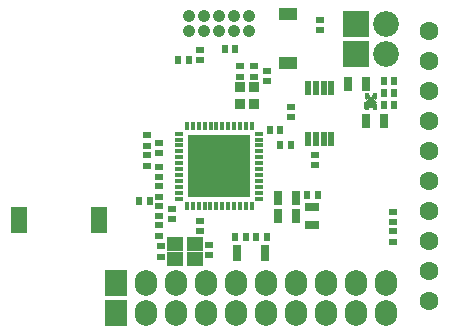
<source format=gbr>
G04 #@! TF.FileFunction,Soldermask,Top*
%FSLAX46Y46*%
G04 Gerber Fmt 4.6, Leading zero omitted, Abs format (unit mm)*
G04 Created by KiCad (PCBNEW 0.201502101101+5412~21~ubuntu14.04.1-product) date Tue 10 Feb 2015 05:50:58 PM PST*
%MOMM*%
G01*
G04 APERTURE LIST*
%ADD10C,0.100000*%
%ADD11R,1.879600X2.184400*%
%ADD12O,1.879600X2.184400*%
%ADD13R,1.402400X2.252400*%
%ADD14R,0.949960X0.949960*%
%ADD15R,2.184400X2.184400*%
%ADD16O,2.184400X2.184400*%
%ADD17C,1.602400*%
%ADD18R,0.552400X1.252400*%
%ADD19R,0.751840X0.401320*%
%ADD20R,0.401320X0.751840*%
%ADD21R,5.302400X5.302400*%
%ADD22R,0.787400X1.295400*%
%ADD23R,0.551180X0.751840*%
%ADD24R,0.751840X0.551180*%
%ADD25R,1.295400X0.787400*%
%ADD26C,1.041400*%
%ADD27R,1.552400X1.102400*%
%ADD28R,1.352400X1.152400*%
%ADD29R,0.802400X1.452400*%
%ADD30R,0.452400X0.362400*%
%ADD31R,0.252400X0.582400*%
G04 APERTURE END LIST*
D10*
D11*
X61087000Y-125476000D03*
D12*
X63627000Y-125476000D03*
X66167000Y-125476000D03*
X68707000Y-125476000D03*
X71247000Y-125476000D03*
X73787000Y-125476000D03*
X76327000Y-125476000D03*
X78867000Y-125476000D03*
X81407000Y-125476000D03*
X83947000Y-125476000D03*
D13*
X59636000Y-117602000D03*
X52886000Y-117602000D03*
D14*
X71628000Y-107810300D03*
X71628000Y-106311700D03*
X72771000Y-107810300D03*
X72771000Y-106311700D03*
D15*
X81407000Y-100965000D03*
D16*
X83947000Y-100965000D03*
D15*
X81407000Y-103505000D03*
D16*
X83947000Y-103505000D03*
D17*
X87630000Y-124460000D03*
X87630000Y-121920000D03*
X87630000Y-119380000D03*
X87630000Y-116840000D03*
X87630000Y-114300000D03*
X87630000Y-111760000D03*
X87630000Y-109220000D03*
X87630000Y-106680000D03*
X87630000Y-104140000D03*
X87630000Y-101600000D03*
D18*
X79334000Y-106435000D03*
X78684000Y-106435000D03*
X78034000Y-106435000D03*
X77384000Y-106435000D03*
X77384000Y-110735000D03*
X78034000Y-110735000D03*
X78684000Y-110735000D03*
X79334000Y-110735000D03*
D19*
X73248520Y-115778280D03*
X73248520Y-115277900D03*
X73248520Y-114777520D03*
X73248520Y-114277140D03*
X73248520Y-113779300D03*
X73248520Y-113278920D03*
X73248520Y-112778540D03*
X73248520Y-112278160D03*
X73248520Y-111777780D03*
X73248520Y-111277400D03*
X73248520Y-110777020D03*
X73248520Y-110279180D03*
X66451480Y-114282220D03*
X66451480Y-114780060D03*
X66451480Y-115280440D03*
X66451480Y-115780820D03*
D20*
X70599300Y-109628940D03*
X70100000Y-109630000D03*
X69601080Y-109628940D03*
X69100700Y-109628940D03*
X68600320Y-109628940D03*
X68099940Y-109628940D03*
X67599560Y-109628940D03*
X67099180Y-109628940D03*
X72598280Y-109628940D03*
X72097900Y-109628940D03*
X71597520Y-109628940D03*
X71099680Y-109628940D03*
D19*
X66451480Y-110281720D03*
X66448940Y-110782100D03*
X66448940Y-111279940D03*
X66448940Y-111780320D03*
X66448940Y-112280700D03*
X66448940Y-112781080D03*
X66448940Y-113281460D03*
X66448940Y-113781840D03*
D20*
X67099180Y-116428520D03*
X67599560Y-116428520D03*
X68099940Y-116428520D03*
X68597780Y-116428520D03*
X69098160Y-116428520D03*
X69598540Y-116428520D03*
X70098920Y-116428520D03*
X70599300Y-116428520D03*
X71099680Y-116428520D03*
X71600060Y-116428520D03*
X72097900Y-116428520D03*
X72598280Y-116428520D03*
D21*
X69850000Y-113030000D03*
D11*
X61087000Y-122936000D03*
D12*
X63627000Y-122936000D03*
X66167000Y-122936000D03*
X68707000Y-122936000D03*
X71247000Y-122936000D03*
X73787000Y-122936000D03*
X76327000Y-122936000D03*
X78867000Y-122936000D03*
X81407000Y-122936000D03*
X83947000Y-122936000D03*
D22*
X82296000Y-106045000D03*
X80772000Y-106045000D03*
D23*
X75887580Y-111252000D03*
X74988420Y-111252000D03*
D24*
X73914000Y-104960420D03*
X73914000Y-105859580D03*
X68961000Y-120591580D03*
X68961000Y-119692420D03*
D23*
X73855580Y-118999000D03*
X72956420Y-118999000D03*
D22*
X82296000Y-109220000D03*
X83820000Y-109220000D03*
D23*
X74998580Y-109982000D03*
X74099420Y-109982000D03*
D24*
X64897000Y-119819420D03*
X64897000Y-120718580D03*
D23*
X71178420Y-118999000D03*
X72077580Y-118999000D03*
D22*
X74803000Y-117221000D03*
X76327000Y-117221000D03*
D24*
X63750142Y-110428052D03*
X63750142Y-111327212D03*
X68199000Y-118559580D03*
X68199000Y-117660420D03*
X64770000Y-114739420D03*
X64770000Y-115638580D03*
D23*
X63050420Y-115951000D03*
X63949580Y-115951000D03*
D24*
X65836800Y-117518180D03*
X65836800Y-116619020D03*
D25*
X77724000Y-116459000D03*
X77724000Y-117983000D03*
D24*
X64770000Y-118940581D03*
X64770000Y-118041421D03*
X63750142Y-112978212D03*
X63750142Y-112079052D03*
X64770000Y-113987580D03*
X64770000Y-113088420D03*
D22*
X76327000Y-115697000D03*
X74803000Y-115697000D03*
D23*
X77274420Y-115443000D03*
X78173580Y-115443000D03*
D24*
X64770000Y-116390420D03*
X64770000Y-117289580D03*
D23*
X84650580Y-105791000D03*
X83751420Y-105791000D03*
X83751420Y-107823000D03*
X84650580Y-107823000D03*
D24*
X71628000Y-104579420D03*
X71628000Y-105478580D03*
X78359000Y-100642420D03*
X78359000Y-101541580D03*
D23*
X84650580Y-106807000D03*
X83751420Y-106807000D03*
D24*
X72771000Y-104579420D03*
X72771000Y-105478580D03*
D23*
X71188580Y-103124000D03*
X70289420Y-103124000D03*
D24*
X68199000Y-104081580D03*
X68199000Y-103182420D03*
D23*
X66352420Y-104013000D03*
X67251580Y-104013000D03*
D24*
X77978000Y-112072420D03*
X77978000Y-112971580D03*
X75946000Y-108907580D03*
X75946000Y-108008420D03*
X84582000Y-116898420D03*
X84582000Y-117797580D03*
X84582000Y-119448580D03*
X84582000Y-118549420D03*
X64770000Y-111056420D03*
X64770000Y-111955580D03*
D26*
X67310000Y-101600000D03*
X67310000Y-100330000D03*
X68580000Y-101600000D03*
X68580000Y-100330000D03*
X69850000Y-101600000D03*
X69850000Y-100330000D03*
X71120000Y-101600000D03*
X71120000Y-100330000D03*
X72390000Y-101600000D03*
X72390000Y-100330000D03*
D27*
X75692000Y-100160000D03*
X75692000Y-104310000D03*
D28*
X67779000Y-120919000D03*
X66079000Y-120919000D03*
X66079000Y-119619000D03*
X67779000Y-119619000D03*
D29*
X73692000Y-120396000D03*
X71342000Y-120396000D03*
D10*
G36*
X82125800Y-108200200D02*
X82125800Y-107617800D01*
X82478200Y-107817800D01*
X82478200Y-108000200D01*
X82125800Y-108200200D01*
X82125800Y-108200200D01*
G37*
G36*
X82225800Y-108300200D02*
X82225800Y-107717800D01*
X82578200Y-107917800D01*
X82578200Y-108100200D01*
X82225800Y-108300200D01*
X82225800Y-108300200D01*
G37*
D30*
X82352000Y-108119000D03*
D31*
X82252000Y-108009000D03*
X83102000Y-108009000D03*
D30*
X83002000Y-108119000D03*
D10*
G36*
X83128200Y-107717800D02*
X83128200Y-108300200D01*
X82775800Y-108100200D01*
X82775800Y-107917800D01*
X83128200Y-107717800D01*
X83128200Y-107717800D01*
G37*
G36*
X83128200Y-106837800D02*
X83128200Y-107420200D01*
X82775800Y-107220200D01*
X82775800Y-107037800D01*
X83128200Y-106837800D01*
X83128200Y-106837800D01*
G37*
D30*
X83002000Y-107019000D03*
D31*
X83102000Y-107129000D03*
X82252000Y-107129000D03*
D30*
X82352000Y-107019000D03*
D10*
G36*
X82225800Y-107420200D02*
X82225800Y-106837800D01*
X82578200Y-107037800D01*
X82578200Y-107220200D01*
X82225800Y-107420200D01*
X82225800Y-107420200D01*
G37*
G36*
X82677000Y-108086885D02*
X82159115Y-107569000D01*
X82677000Y-107051115D01*
X83194885Y-107569000D01*
X82677000Y-108086885D01*
X82677000Y-108086885D01*
G37*
M02*

</source>
